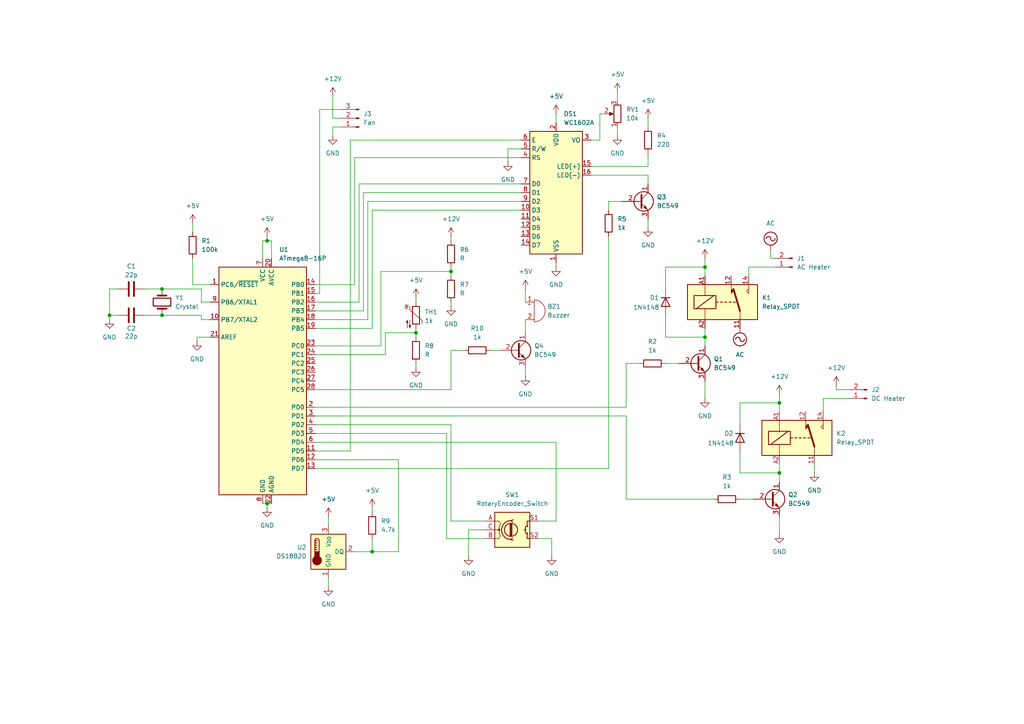
<source format=kicad_sch>
(kicad_sch (version 20231120) (generator "eeschema") (generator_version "8.0")
  (paper "A4")
  (lib_symbols
    (symbol "Connector:Conn_01x02_Pin" (pin_names (offset 1.016) hide)
      (property "Reference" "J" (at 0 2.54 0))
      (property "Value" "Conn_01x02_Pin" (at 0 -5.08 0))
      (symbol "Conn_01x02_Pin_1_1"
        (polyline (pts (xy 1.27 -2.54) (xy 0.8636 -2.54)) (stroke (width 0.1524)))
        (polyline (pts (xy 1.27 0) (xy 0.8636 0)) (stroke (width 0.1524)))
        (rectangle (start 0.8636 -2.413) (end 0 -2.667) (stroke (width 0.1524)) (fill (type outline)))
        (rectangle (start 0.8636 0.127) (end 0 -0.127) (stroke (width 0.1524)) (fill (type outline)))
        (pin passive line (at 5.08 0 180) (length 3.81) (name "Pin_1") (number "1"))
        (pin passive line (at 5.08 -2.54 180) (length 3.81) (name "Pin_2") (number "2"))
      )
    )
    (symbol "Connector:Conn_01x03_Pin" (pin_names (offset 1.016) hide)
      (property "Reference" "J" (at 0 5.08 0))
      (property "Value" "Conn_01x03_Pin" (at 0 -5.08 0))
      (symbol "Conn_01x03_Pin_1_1"
        (polyline (pts (xy 1.27 -2.54) (xy 0.8636 -2.54)) (stroke (width 0.1524)))
        (polyline (pts (xy 1.27 0) (xy 0.8636 0)) (stroke (width 0.1524)))
        (polyline (pts (xy 1.27 2.54) (xy 0.8636 2.54)) (stroke (width 0.1524)))
        (rectangle (start 0.8636 -2.413) (end 0 -2.667) (stroke (width 0.1524)) (fill (type outline)))
        (rectangle (start 0.8636 0.127) (end 0 -0.127) (stroke (width 0.1524)) (fill (type outline)))
        (rectangle (start 0.8636 2.667) (end 0 2.413) (stroke (width 0.1524)) (fill (type outline)))
        (pin passive line (at 5.08 2.54 180) (length 3.81) (name "Pin_1") (number "1"))
        (pin passive line (at 5.08 0 180) (length 3.81) (name "Pin_2") (number "2"))
        (pin passive line (at 5.08 -2.54 180) (length 3.81) (name "Pin_3") (number "3"))
      )
    )
    (symbol "Device:Buzzer" (pin_names (offset 0.0254) hide)
      (property "Reference" "BZ" (at 3.81 1.27 0))
      (property "Value" "Buzzer" (at 3.81 -1.27 0))
      (symbol "Buzzer_0_1"
        (arc (start 0 -3.175) (mid 3.1612 0) (end 0 3.175))
        (polyline (pts (xy -1.651 1.905) (xy -1.143 1.905)))
        (polyline (pts (xy -1.397 2.159) (xy -1.397 1.651)))
        (polyline (pts (xy 0 3.175) (xy 0 -3.175)))
      )
      (symbol "Buzzer_1_1"
        (pin passive line (at -2.54 2.54 0) (length 2.54) (name "+") (number "1"))
        (pin passive line (at -2.54 -2.54 0) (length 2.54) (name "-") (number "2"))
      )
    )
    (symbol "Device:C" (pin_numbers hide) (pin_names (offset 0.254))
      (property "Reference" "C" (at 0.635 2.54 0))
      (property "Value" "C" (at 0.635 -2.54 0))
      (symbol "C_0_1"
        (polyline (pts (xy -2.032 -0.762) (xy 2.032 -0.762)) (stroke (width 0.508)))
        (polyline (pts (xy -2.032 0.762) (xy 2.032 0.762)) (stroke (width 0.508)))
      )
      (symbol "C_1_1"
        (pin passive line (at 0 3.81 270) (length 2.794) (name "~") (number "1"))
        (pin passive line (at 0 -3.81 90) (length 2.794) (name "~") (number "2"))
      )
    )
    (symbol "Device:Crystal" (pin_numbers hide) (pin_names (offset 1.016) hide)
      (property "Reference" "Y" (at 0 3.81 0))
      (property "Value" "Crystal" (at 0 -3.81 0))
      (symbol "Crystal_0_1"
        (rectangle (start -1.143 2.54) (end 1.143 -2.54) (stroke (width 0.3048)))
        (polyline (pts (xy -2.54 0) (xy -1.905 0)))
        (polyline (pts (xy -1.905 -1.27) (xy -1.905 1.27)) (stroke (width 0.508)))
        (polyline (pts (xy 1.905 -1.27) (xy 1.905 1.27)) (stroke (width 0.508)))
        (polyline (pts (xy 2.54 0) (xy 1.905 0)))
      )
      (symbol "Crystal_1_1"
        (pin passive line (at -3.81 0 0) (length 1.27) (name "1") (number "1"))
        (pin passive line (at 3.81 0 180) (length 1.27) (name "2") (number "2"))
      )
    )
    (symbol "Device:R" (pin_numbers hide) (pin_names (offset 0))
      (property "Reference" "R" (at 2.032 0 90))
      (property "Value" "R" (at 0 0 90))
      (symbol "R_0_1"
        (rectangle (start -1.016 -2.54) (end 1.016 2.54) (stroke (width 0.254)))
      )
      (symbol "R_1_1"
        (pin passive line (at 0 3.81 270) (length 1.27) (name "~") (number "1"))
        (pin passive line (at 0 -3.81 90) (length 1.27) (name "~") (number "2"))
      )
    )
    (symbol "Device:R_Potentiometer" (pin_names (offset 1.016) hide)
      (property "Reference" "RV" (at -4.445 0 90))
      (property "Value" "R_Potentiometer" (at -2.54 0 90))
      (symbol "R_Potentiometer_0_1"
        (polyline (pts (xy 2.54 0) (xy 1.524 0)))
        (polyline (pts (xy 1.143 0) (xy 2.286 0.508) (xy 2.286 -0.508) (xy 1.143 0)) (fill (type outline)))
        (rectangle (start 1.016 2.54) (end -1.016 -2.54) (stroke (width 0.254)))
      )
      (symbol "R_Potentiometer_1_1"
        (pin passive line (at 0 3.81 270) (length 1.27) (name "1") (number "1"))
        (pin passive line (at 3.81 0 180) (length 1.27) (name "2") (number "2"))
        (pin passive line (at 0 -3.81 90) (length 1.27) (name "3") (number "3"))
      )
    )
    (symbol "Device:RotaryEncoder_Switch" (pin_names (offset 0.254) hide)
      (property "Reference" "SW" (at 0 6.604 0))
      (property "Value" "RotaryEncoder_Switch" (at 0 -6.604 0))
      (symbol "RotaryEncoder_Switch_0_1"
        (rectangle (start -5.08 5.08) (end 5.08 -5.08) (stroke (width 0.254)) (fill (type background)))
        (circle (center -3.81 0) (radius 0.254) (fill (type outline)))
        (circle (center -0.381 0) (radius 1.905) (stroke (width 0.254)))
        (arc (start -0.381 2.667) (mid -3.0988 -0.0635) (end -0.381 -2.794) (stroke (width 0.254)))
        (polyline (pts (xy -0.635 -1.778) (xy -0.635 1.778)) (stroke (width 0.254)))
        (polyline (pts (xy -0.381 -1.778) (xy -0.381 1.778)) (stroke (width 0.254)))
        (polyline (pts (xy -0.127 1.778) (xy -0.127 -1.778)) (stroke (width 0.254)))
        (polyline (pts (xy 3.81 0) (xy 3.429 0)) (stroke (width 0.254)))
        (polyline (pts (xy 3.81 1.016) (xy 3.81 -1.016)) (stroke (width 0.254)))
        (polyline (pts (xy -5.08 -2.54) (xy -3.81 -2.54) (xy -3.81 -2.032)))
        (polyline (pts (xy -5.08 2.54) (xy -3.81 2.54) (xy -3.81 2.032)))
        (polyline (pts (xy 0.254 -3.048) (xy -0.508 -2.794) (xy 0.127 -2.413)) (stroke (width 0.254)))
        (polyline (pts (xy 0.254 2.921) (xy -0.508 2.667) (xy 0.127 2.286)) (stroke (width 0.254)))
        (polyline (pts (xy 5.08 -2.54) (xy 4.318 -2.54) (xy 4.318 -1.016)) (stroke (width 0.254)))
        (polyline (pts (xy 5.08 2.54) (xy 4.318 2.54) (xy 4.318 1.016)) (stroke (width 0.254)))
        (polyline (pts (xy -5.08 0) (xy -3.81 0) (xy -3.81 -1.016) (xy -3.302 -2.032)))
        (polyline (pts (xy -4.318 0) (xy -3.81 0) (xy -3.81 1.016) (xy -3.302 2.032)))
        (circle (center 4.318 -1.016) (radius 0.127) (stroke (width 0.254)))
        (circle (center 4.318 1.016) (radius 0.127) (stroke (width 0.254)))
      )
      (symbol "RotaryEncoder_Switch_1_1"
        (pin passive line (at -7.62 2.54 0) (length 2.54) (name "A") (number "A"))
        (pin passive line (at -7.62 -2.54 0) (length 2.54) (name "B") (number "B"))
        (pin passive line (at -7.62 0 0) (length 2.54) (name "C") (number "C"))
        (pin passive line (at 7.62 2.54 180) (length 2.54) (name "S1") (number "S1"))
        (pin passive line (at 7.62 -2.54 180) (length 2.54) (name "S2") (number "S2"))
      )
    )
    (symbol "Device:Thermistor_NTC" (pin_numbers hide) (pin_names (offset 0))
      (property "Reference" "TH" (at -4.445 0 90))
      (property "Value" "Thermistor_NTC" (at 3.175 0 90))
      (symbol "Thermistor_NTC_0_1"
        (arc (start -3.048 2.159) (mid -3.0495 2.3143) (end -3.175 2.413))
        (arc (start -3.048 2.159) (mid -2.9736 1.9794) (end -2.794 1.905))
        (arc (start -3.048 2.794) (mid -2.9736 2.6144) (end -2.794 2.54))
        (arc (start -2.794 1.905) (mid -2.6144 1.9794) (end -2.54 2.159))
        (arc (start -2.794 2.54) (mid -2.4393 2.5587) (end -2.159 2.794))
        (arc (start -2.794 3.048) (mid -2.9736 2.9736) (end -3.048 2.794))
        (arc (start -2.54 2.794) (mid -2.6144 2.9736) (end -2.794 3.048))
        (rectangle (start -1.016 2.54) (end 1.016 -2.54) (stroke (width 0.254)))
        (polyline (pts (xy -2.54 2.159) (xy -2.54 2.794)))
        (polyline (pts (xy -1.778 2.54) (xy -1.778 1.524) (xy 1.778 -1.524) (xy 1.778 -2.54)))
        (polyline (pts (xy -2.54 -3.683) (xy -2.54 -1.397) (xy -2.794 -2.159) (xy -2.286 -2.159) (xy -2.54 -1.397) (xy -2.54 -1.651)) (fill (type outline)))
        (polyline (pts (xy -1.778 -1.397) (xy -1.778 -3.683) (xy -2.032 -2.921) (xy -1.524 -2.921) (xy -1.778 -3.683) (xy -1.778 -3.429)) (fill (type outline)))
      )
      (symbol "Thermistor_NTC_1_1"
        (pin passive line (at 0 3.81 270) (length 1.27) (name "~") (number "1"))
        (pin passive line (at 0 -3.81 90) (length 1.27) (name "~") (number "2"))
      )
    )
    (symbol "Diode:1N4148" (pin_numbers hide) (pin_names hide)
      (property "Reference" "D" (at 0 2.54 0))
      (property "Value" "1N4148" (at 0 -2.54 0))
      (symbol "1N4148_0_1"
        (polyline (pts (xy -1.27 1.27) (xy -1.27 -1.27)) (stroke (width 0.254)))
        (polyline (pts (xy 1.27 0) (xy -1.27 0)))
        (polyline (pts (xy 1.27 1.27) (xy 1.27 -1.27) (xy -1.27 0) (xy 1.27 1.27)) (stroke (width 0.254)))
      )
      (symbol "1N4148_1_1"
        (pin passive line (at -3.81 0 0) (length 2.54) (name "K") (number "1"))
        (pin passive line (at 3.81 0 180) (length 2.54) (name "A") (number "2"))
      )
    )
    (symbol "Display_Character:WC1602A"
      (property "Reference" "DS" (at -5.842 19.05 0))
      (property "Value" "WC1602A" (at 5.334 19.05 0))
      (symbol "WC1602A_1_1"
        (rectangle (start -7.62 17.78) (end 7.62 -17.78) (stroke (width 0.254)) (fill (type background)))
        (pin power_in line (at 0 -20.32 90) (length 2.54) (name "VSS") (number "1"))
        (pin input line (at -10.16 -5.08 0) (length 2.54) (name "D3") (number "10"))
        (pin input line (at -10.16 -7.62 0) (length 2.54) (name "D4") (number "11"))
        (pin input line (at -10.16 -10.16 0) (length 2.54) (name "D5") (number "12"))
        (pin input line (at -10.16 -12.7 0) (length 2.54) (name "D6") (number "13"))
        (pin input line (at -10.16 -15.24 0) (length 2.54) (name "D7") (number "14"))
        (pin power_in line (at 10.16 7.62 180) (length 2.54) (name "LED(+)") (number "15"))
        (pin power_in line (at 10.16 5.08 180) (length 2.54) (name "LED(-)") (number "16"))
        (pin power_in line (at 0 20.32 270) (length 2.54) (name "VDD") (number "2"))
        (pin input line (at 10.16 15.24 180) (length 2.54) (name "VO") (number "3"))
        (pin input line (at -10.16 10.16 0) (length 2.54) (name "RS") (number "4"))
        (pin input line (at -10.16 12.7 0) (length 2.54) (name "R/W") (number "5"))
        (pin input line (at -10.16 15.24 0) (length 2.54) (name "E") (number "6"))
        (pin input line (at -10.16 2.54 0) (length 2.54) (name "D0") (number "7"))
        (pin input line (at -10.16 0 0) (length 2.54) (name "D1") (number "8"))
        (pin input line (at -10.16 -2.54 0) (length 2.54) (name "D2") (number "9"))
      )
    )
    (symbol "MCU_Microchip_ATmega:ATmega8-16P"
      (property "Reference" "U" (at -12.7 34.29 0))
      (property "Value" "ATmega8-16P" (at 5.08 -34.29 0))
      (symbol "ATmega8-16P_0_1"
        (rectangle (start -12.7 -33.02) (end 12.7 33.02) (stroke (width 0.254)) (fill (type background)))
      )
      (symbol "ATmega8-16P_1_1"
        (pin bidirectional line (at -15.24 27.94 0) (length 2.54) (name "PC6/~{RESET}") (number "1"))
        (pin bidirectional line (at -15.24 17.78 0) (length 2.54) (name "PB7/XTAL2") (number "10"))
        (pin bidirectional line (at 15.24 -20.32 180) (length 2.54) (name "PD5") (number "11"))
        (pin bidirectional line (at 15.24 -22.86 180) (length 2.54) (name "PD6") (number "12"))
        (pin bidirectional line (at 15.24 -25.4 180) (length 2.54) (name "PD7") (number "13"))
        (pin bidirectional line (at 15.24 27.94 180) (length 2.54) (name "PB0") (number "14"))
        (pin bidirectional line (at 15.24 25.4 180) (length 2.54) (name "PB1") (number "15"))
        (pin bidirectional line (at 15.24 22.86 180) (length 2.54) (name "PB2") (number "16"))
        (pin bidirectional line (at 15.24 20.32 180) (length 2.54) (name "PB3") (number "17"))
        (pin bidirectional line (at 15.24 17.78 180) (length 2.54) (name "PB4") (number "18"))
        (pin bidirectional line (at 15.24 15.24 180) (length 2.54) (name "PB5") (number "19"))
        (pin bidirectional line (at 15.24 -7.62 180) (length 2.54) (name "PD0") (number "2"))
        (pin power_in line (at 2.54 35.56 270) (length 2.54) (name "AVCC") (number "20"))
        (pin passive line (at -15.24 12.7 0) (length 2.54) (name "AREF") (number "21"))
        (pin power_in line (at 2.54 -35.56 90) (length 2.54) (name "AGND") (number "22"))
        (pin bidirectional line (at 15.24 10.16 180) (length 2.54) (name "PC0") (number "23"))
        (pin bidirectional line (at 15.24 7.62 180) (length 2.54) (name "PC1") (number "24"))
        (pin bidirectional line (at 15.24 5.08 180) (length 2.54) (name "PC2") (number "25"))
        (pin bidirectional line (at 15.24 2.54 180) (length 2.54) (name "PC3") (number "26"))
        (pin bidirectional line (at 15.24 0 180) (length 2.54) (name "PC4") (number "27"))
        (pin bidirectional line (at 15.24 -2.54 180) (length 2.54) (name "PC5") (number "28"))
        (pin bidirectional line (at 15.24 -10.16 180) (length 2.54) (name "PD1") (number "3"))
        (pin bidirectional line (at 15.24 -12.7 180) (length 2.54) (name "PD2") (number "4"))
        (pin bidirectional line (at 15.24 -15.24 180) (length 2.54) (name "PD3") (number "5"))
        (pin bidirectional line (at 15.24 -17.78 180) (length 2.54) (name "PD4") (number "6"))
        (pin power_in line (at 0 35.56 270) (length 2.54) (name "VCC") (number "7"))
        (pin power_in line (at 0 -35.56 90) (length 2.54) (name "GND") (number "8"))
        (pin bidirectional line (at -15.24 22.86 0) (length 2.54) (name "PB6/XTAL1") (number "9"))
      )
    )
    (symbol "Relay:Relay_SPDT"
      (property "Reference" "K" (at 11.43 3.81 0))
      (property "Value" "Relay_SPDT" (at 11.43 1.27 0))
      (symbol "Relay_SPDT_0_0"
        (polyline (pts (xy 7.62 5.08) (xy 7.62 2.54) (xy 6.985 3.175) (xy 7.62 3.81)))
      )
      (symbol "Relay_SPDT_0_1"
        (rectangle (start -10.16 5.08) (end 10.16 -5.08) (stroke (width 0.254)) (fill (type background)))
        (rectangle (start -8.255 1.905) (end -1.905 -1.905) (stroke (width 0.254)))
        (polyline (pts (xy -7.62 -1.905) (xy -2.54 1.905)) (stroke (width 0.254)))
        (polyline (pts (xy -5.08 -5.08) (xy -5.08 -1.905)))
        (polyline (pts (xy -5.08 5.08) (xy -5.08 1.905)))
        (polyline (pts (xy -1.905 0) (xy -1.27 0)) (stroke (width 0.254)))
        (polyline (pts (xy -0.635 0) (xy 0 0)) (stroke (width 0.254)))
        (polyline (pts (xy 0.635 0) (xy 1.27 0)) (stroke (width 0.254)))
        (polyline (pts (xy 1.905 0) (xy 2.54 0)) (stroke (width 0.254)))
        (polyline (pts (xy 3.175 0) (xy 3.81 0)) (stroke (width 0.254)))
        (polyline (pts (xy 5.08 -2.54) (xy 3.175 3.81)) (stroke (width 0.508)))
        (polyline (pts (xy 5.08 -2.54) (xy 5.08 -5.08)))
        (polyline (pts (xy 2.54 5.08) (xy 2.54 2.54) (xy 3.175 3.175) (xy 2.54 3.81)) (fill (type outline)))
      )
      (symbol "Relay_SPDT_1_1"
        (pin passive line (at 5.08 -7.62 90) (length 2.54) (name "~") (number "11"))
        (pin passive line (at 2.54 7.62 270) (length 2.54) (name "~") (number "12"))
        (pin passive line (at 7.62 7.62 270) (length 2.54) (name "~") (number "14"))
        (pin passive line (at -5.08 7.62 270) (length 2.54) (name "~") (number "A1"))
        (pin passive line (at -5.08 -7.62 90) (length 2.54) (name "~") (number "A2"))
      )
    )
    (symbol "Sensor_Temperature:DS18B20"
      (property "Reference" "U" (at -3.81 6.35 0))
      (property "Value" "DS18B20" (at 6.35 6.35 0))
      (symbol "DS18B20_0_1"
        (rectangle (start -5.08 5.08) (end 5.08 -5.08) (stroke (width 0.254)) (fill (type background)))
        (circle (center -3.302 -2.54) (radius 1.27) (stroke (width 0.254)) (fill (type outline)))
        (rectangle (start -2.667 -1.905) (end -3.937 0) (stroke (width 0.254)) (fill (type outline)))
        (arc (start -2.667 3.175) (mid -3.302 3.8073) (end -3.937 3.175) (stroke (width 0.254)))
        (polyline (pts (xy -3.937 0.635) (xy -3.302 0.635)) (stroke (width 0.254)))
        (polyline (pts (xy -3.937 1.27) (xy -3.302 1.27)) (stroke (width 0.254)))
        (polyline (pts (xy -3.937 1.905) (xy -3.302 1.905)) (stroke (width 0.254)))
        (polyline (pts (xy -3.937 2.54) (xy -3.302 2.54)) (stroke (width 0.254)))
        (polyline (pts (xy -3.937 3.175) (xy -3.937 0)) (stroke (width 0.254)))
        (polyline (pts (xy -3.937 3.175) (xy -3.302 3.175)) (stroke (width 0.254)))
        (polyline (pts (xy -2.667 3.175) (xy -2.667 0)) (stroke (width 0.254)))
      )
      (symbol "DS18B20_1_1"
        (pin power_in line (at 0 -7.62 90) (length 2.54) (name "GND") (number "1"))
        (pin bidirectional line (at 7.62 0 180) (length 2.54) (name "DQ") (number "2"))
        (pin power_in line (at 0 7.62 270) (length 2.54) (name "V_{DD}") (number "3"))
      )
    )
    (symbol "Transistor_BJT:BC549" (pin_names (offset 0) hide)
      (property "Reference" "Q" (at 5.08 1.905 0))
      (property "Value" "BC549" (at 5.08 0 0))
      (symbol "BC549_0_1"
        (polyline (pts (xy 0 0) (xy 0.635 0)))
        (polyline (pts (xy 0.635 0.635) (xy 2.54 2.54)))
        (polyline (pts (xy 0.635 -0.635) (xy 2.54 -2.54) (xy 2.54 -2.54)))
        (polyline (pts (xy 0.635 1.905) (xy 0.635 -1.905) (xy 0.635 -1.905)) (stroke (width 0.508)))
        (polyline (pts (xy 1.27 -1.778) (xy 1.778 -1.27) (xy 2.286 -2.286) (xy 1.27 -1.778) (xy 1.27 -1.778)) (fill (type outline)))
        (circle (center 1.27 0) (radius 2.8194) (stroke (width 0.254)))
      )
      (symbol "BC549_1_1"
        (pin passive line (at 2.54 5.08 270) (length 2.54) (name "C") (number "1"))
        (pin input line (at -5.08 0 0) (length 5.08) (name "B") (number "2"))
        (pin passive line (at 2.54 -5.08 90) (length 2.54) (name "E") (number "3"))
      )
    )
    (symbol "power:+12V" (power) (pin_numbers hide) (pin_names (offset 0) hide)
      (property "Value" "+12V" (at 0 3.556 0))
      (symbol "+12V_0_1"
        (polyline (pts (xy -0.762 1.27) (xy 0 2.54)))
        (polyline (pts (xy 0 0) (xy 0 2.54)))
        (polyline (pts (xy 0 2.54) (xy 0.762 1.27)))
      )
      (symbol "+12V_1_1"
        (pin power_in line (at 0 0 90) (length 0) (name "~") (number "1"))
      )
    )
    (symbol "power:+5V" (power) (pin_numbers hide) (pin_names (offset 0) hide)
      (property "Value" "+5V" (at 0 3.556 0))
      (symbol "+5V_0_1"
        (polyline (pts (xy -0.762 1.27) (xy 0 2.54)))
        (polyline (pts (xy 0 0) (xy 0 2.54)))
        (polyline (pts (xy 0 2.54) (xy 0.762 1.27)))
      )
      (symbol "+5V_1_1"
        (pin power_in line (at 0 0 90) (length 0) (name "~") (number "1"))
      )
    )
    (symbol "power:AC" (power) (pin_numbers hide) (pin_names (offset 0) hide)
      (property "Value" "AC" (at 0 6.35 0))
      (symbol "AC_0_1"
        (polyline (pts (xy 0 0) (xy 0 1.27)))
        (arc (start 0 3.175) (mid -0.635 3.8073) (end -1.27 3.175) (stroke (width 0.254)))
        (arc (start 0 3.175) (mid 0.635 2.5427) (end 1.27 3.175) (stroke (width 0.254)))
        (circle (center 0 3.175) (radius 1.905) (stroke (width 0.254)))
      )
      (symbol "AC_1_1"
        (pin power_in line (at 0 0 90) (length 0) (name "~") (number "1"))
      )
    )
    (symbol "power:GND" (power) (pin_numbers hide) (pin_names (offset 0) hide)
      (property "Value" "GND" (at 0 -3.81 0))
      (symbol "GND_0_1"
        (polyline (pts (xy 0 0) (xy 0 -1.27) (xy 1.27 -1.27) (xy 0 -2.54) (xy -1.27 -1.27) (xy 0 -1.27)))
      )
      (symbol "GND_1_1"
        (pin power_in line (at 0 0 270) (length 0) (name "~") (number "1"))
      )
    )
  )
  (junction (at 130.81 78.74))
  (junction (at 120.65 96.52))
  (junction (at 107.95 160.02))
  (junction (at 204.47 77.47))
  (junction (at 226.06 116.84))
  (junction (at 77.47 146.05))
  (junction (at 31.75 91.44))
  (junction (at 204.47 97.79))
  (junction (at 226.06 137.16))
  (junction (at 77.47 69.85))
  (junction (at 46.99 83.82))
  (junction (at 46.99 91.44))
  (wire (pts (xy 115.57 133.35) (xy 115.57 160.02)))
  (wire (pts (xy 179.07 36.83) (xy 179.07 39.37)))
  (wire (pts (xy 193.04 83.82) (xy 193.04 77.47)))
  (wire (pts (xy 102.87 82.55) (xy 102.87 45.72)))
  (wire (pts (xy 226.06 149.86) (xy 226.06 154.94)))
  (wire (pts (xy 77.47 68.58) (xy 77.47 69.85)))
  (wire (pts (xy 106.68 58.42) (xy 151.13 58.42)))
  (wire (pts (xy 107.95 156.21) (xy 107.95 160.02)))
  (wire (pts (xy 91.44 92.71) (xy 106.68 92.71)))
  (wire (pts (xy 91.44 135.89) (xy 176.53 135.89)))
  (wire (pts (xy 130.81 101.6) (xy 130.81 113.03)))
  (wire (pts (xy 130.81 77.47) (xy 130.81 78.74)))
  (wire (pts (xy 55.88 82.55) (xy 60.96 82.55)))
  (wire (pts (xy 120.65 95.25) (xy 120.65 96.52)))
  (wire (pts (xy 204.47 74.93) (xy 204.47 77.47)))
  (wire (pts (xy 217.17 77.47) (xy 217.17 80.01)))
  (wire (pts (xy 217.17 77.47) (xy 224.79 77.47)))
  (wire (pts (xy 111.76 96.52) (xy 120.65 96.52)))
  (wire (pts (xy 226.06 137.16) (xy 226.06 139.7)))
  (wire (pts (xy 226.06 116.84) (xy 226.06 119.38)))
  (wire (pts (xy 99.06 31.75) (xy 92.71 31.75)))
  (wire (pts (xy 91.44 120.65) (xy 181.61 120.65)))
  (wire (pts (xy 238.76 115.57) (xy 246.38 115.57)))
  (wire (pts (xy 140.97 151.13) (xy 130.81 151.13)))
  (wire (pts (xy 187.96 50.8) (xy 187.96 53.34)))
  (wire (pts (xy 92.71 85.09) (xy 91.44 85.09)))
  (wire (pts (xy 120.65 96.52) (xy 120.65 97.79)))
  (wire (pts (xy 120.65 105.41) (xy 120.65 106.68)))
  (wire (pts (xy 214.63 137.16) (xy 226.06 137.16)))
  (wire (pts (xy 76.2 146.05) (xy 77.47 146.05)))
  (wire (pts (xy 41.91 91.44) (xy 46.99 91.44)))
  (wire (pts (xy 226.06 134.62) (xy 226.06 137.16)))
  (wire (pts (xy 176.53 135.89) (xy 176.53 68.58)))
  (wire (pts (xy 55.88 74.93) (xy 55.88 82.55)))
  (wire (pts (xy 135.89 153.67) (xy 135.89 161.29)))
  (wire (pts (xy 111.76 102.87) (xy 111.76 96.52)))
  (wire (pts (xy 110.49 100.33) (xy 110.49 78.74)))
  (wire (pts (xy 214.63 116.84) (xy 226.06 116.84)))
  (wire (pts (xy 104.14 87.63) (xy 104.14 53.34)))
  (wire (pts (xy 58.42 87.63) (xy 58.42 83.82)))
  (wire (pts (xy 91.44 82.55) (xy 102.87 82.55)))
  (wire (pts (xy 96.52 27.94) (xy 96.52 34.29)))
  (wire (pts (xy 104.14 53.34) (xy 151.13 53.34)))
  (wire (pts (xy 160.02 156.21) (xy 160.02 161.29)))
  (wire (pts (xy 223.52 72.39) (xy 223.52 74.93)))
  (wire (pts (xy 91.44 125.73) (xy 129.54 125.73)))
  (wire (pts (xy 151.13 43.18) (xy 147.32 43.18)))
  (wire (pts (xy 57.15 97.79) (xy 57.15 99.06)))
  (wire (pts (xy 91.44 113.03) (xy 130.81 113.03)))
  (wire (pts (xy 130.81 78.74) (xy 130.81 80.01)))
  (wire (pts (xy 187.96 48.26) (xy 187.96 44.45)))
  (wire (pts (xy 129.54 156.21) (xy 140.97 156.21)))
  (wire (pts (xy 242.57 113.03) (xy 242.57 111.76)))
  (wire (pts (xy 101.6 130.81) (xy 101.6 40.64)))
  (wire (pts (xy 152.4 83.82) (xy 152.4 87.63)))
  (wire (pts (xy 130.81 87.63) (xy 130.81 88.9)))
  (wire (pts (xy 58.42 92.71) (xy 60.96 92.71)))
  (wire (pts (xy 41.91 83.82) (xy 46.99 83.82)))
  (wire (pts (xy 107.95 95.25) (xy 107.95 60.96)))
  (wire (pts (xy 60.96 87.63) (xy 58.42 87.63)))
  (wire (pts (xy 102.87 45.72) (xy 151.13 45.72)))
  (wire (pts (xy 96.52 36.83) (xy 96.52 39.37)))
  (wire (pts (xy 246.38 113.03) (xy 242.57 113.03)))
  (wire (pts (xy 76.2 74.93) (xy 76.2 69.85)))
  (wire (pts (xy 181.61 105.41) (xy 185.42 105.41)))
  (wire (pts (xy 187.96 34.29) (xy 187.96 36.83)))
  (wire (pts (xy 204.47 110.49) (xy 204.47 115.57)))
  (wire (pts (xy 58.42 92.71) (xy 58.42 91.44)))
  (wire (pts (xy 105.41 55.88) (xy 151.13 55.88)))
  (wire (pts (xy 130.81 68.58) (xy 130.81 69.85)))
  (wire (pts (xy 171.45 48.26) (xy 187.96 48.26)))
  (wire (pts (xy 110.49 78.74) (xy 130.81 78.74)))
  (wire (pts (xy 179.07 26.67) (xy 179.07 29.21)))
  (wire (pts (xy 91.44 128.27) (xy 161.29 128.27)))
  (wire (pts (xy 214.63 123.19) (xy 214.63 116.84)))
  (wire (pts (xy 173.99 40.64) (xy 173.99 33.02)))
  (wire (pts (xy 180.34 58.42) (xy 176.53 58.42)))
  (wire (pts (xy 105.41 90.17) (xy 105.41 55.88)))
  (wire (pts (xy 115.57 160.02) (xy 107.95 160.02)))
  (wire (pts (xy 31.75 91.44) (xy 31.75 92.71)))
  (wire (pts (xy 224.79 74.93) (xy 223.52 74.93)))
  (wire (pts (xy 181.61 144.78) (xy 207.01 144.78)))
  (wire (pts (xy 91.44 87.63) (xy 104.14 87.63)))
  (wire (pts (xy 156.21 156.21) (xy 160.02 156.21)))
  (wire (pts (xy 91.44 100.33) (xy 110.49 100.33)))
  (wire (pts (xy 107.95 160.02) (xy 102.87 160.02)))
  (wire (pts (xy 204.47 77.47) (xy 204.47 80.01)))
  (wire (pts (xy 161.29 151.13) (xy 156.21 151.13)))
  (wire (pts (xy 99.06 34.29) (xy 96.52 34.29)))
  (wire (pts (xy 134.62 101.6) (xy 130.81 101.6)))
  (wire (pts (xy 106.68 92.71) (xy 106.68 58.42)))
  (wire (pts (xy 95.25 149.86) (xy 95.25 152.4)))
  (wire (pts (xy 78.74 69.85) (xy 78.74 74.93)))
  (wire (pts (xy 130.81 151.13) (xy 130.81 123.19)))
  (wire (pts (xy 226.06 114.3) (xy 226.06 116.84)))
  (wire (pts (xy 92.71 31.75) (xy 92.71 85.09)))
  (wire (pts (xy 214.63 130.81) (xy 214.63 137.16)))
  (wire (pts (xy 173.99 33.02) (xy 175.26 33.02)))
  (wire (pts (xy 76.2 69.85) (xy 77.47 69.85)))
  (wire (pts (xy 140.97 153.67) (xy 135.89 153.67)))
  (wire (pts (xy 91.44 95.25) (xy 107.95 95.25)))
  (wire (pts (xy 130.81 123.19) (xy 91.44 123.19)))
  (wire (pts (xy 181.61 118.11) (xy 181.61 105.41)))
  (wire (pts (xy 120.65 86.36) (xy 120.65 87.63)))
  (wire (pts (xy 204.47 95.25) (xy 204.47 97.79)))
  (wire (pts (xy 176.53 58.42) (xy 176.53 60.96)))
  (wire (pts (xy 193.04 91.44) (xy 193.04 97.79)))
  (wire (pts (xy 107.95 147.32) (xy 107.95 148.59)))
  (wire (pts (xy 58.42 83.82) (xy 46.99 83.82)))
  (wire (pts (xy 142.24 101.6) (xy 144.78 101.6)))
  (wire (pts (xy 91.44 102.87) (xy 111.76 102.87)))
  (wire (pts (xy 91.44 133.35) (xy 115.57 133.35)))
  (wire (pts (xy 31.75 91.44) (xy 34.29 91.44)))
  (wire (pts (xy 193.04 77.47) (xy 204.47 77.47)))
  (wire (pts (xy 238.76 115.57) (xy 238.76 119.38)))
  (wire (pts (xy 187.96 63.5) (xy 187.96 66.04)))
  (wire (pts (xy 181.61 120.65) (xy 181.61 144.78)))
  (wire (pts (xy 171.45 40.64) (xy 173.99 40.64)))
  (wire (pts (xy 55.88 64.77) (xy 55.88 67.31)))
  (wire (pts (xy 193.04 105.41) (xy 196.85 105.41)))
  (wire (pts (xy 107.95 60.96) (xy 151.13 60.96)))
  (wire (pts (xy 236.22 134.62) (xy 236.22 137.16)))
  (wire (pts (xy 152.4 106.68) (xy 152.4 109.22)))
  (wire (pts (xy 91.44 118.11) (xy 181.61 118.11)))
  (wire (pts (xy 95.25 167.64) (xy 95.25 170.18)))
  (wire (pts (xy 147.32 43.18) (xy 147.32 46.99)))
  (wire (pts (xy 129.54 125.73) (xy 129.54 156.21)))
  (wire (pts (xy 171.45 50.8) (xy 187.96 50.8)))
  (wire (pts (xy 161.29 128.27) (xy 161.29 151.13)))
  (wire (pts (xy 204.47 97.79) (xy 204.47 100.33)))
  (wire (pts (xy 152.4 92.71) (xy 152.4 96.52)))
  (wire (pts (xy 193.04 97.79) (xy 204.47 97.79)))
  (wire (pts (xy 99.06 36.83) (xy 96.52 36.83)))
  (wire (pts (xy 214.63 144.78) (xy 218.44 144.78)))
  (wire (pts (xy 31.75 83.82) (xy 31.75 91.44)))
  (wire (pts (xy 91.44 90.17) (xy 105.41 90.17)))
  (wire (pts (xy 161.29 33.02) (xy 161.29 35.56)))
  (wire (pts (xy 77.47 69.85) (xy 78.74 69.85)))
  (wire (pts (xy 101.6 40.64) (xy 151.13 40.64)))
  (wire (pts (xy 60.96 97.79) (xy 57.15 97.79)))
  (wire (pts (xy 91.44 130.81) (xy 101.6 130.81)))
  (wire (pts (xy 34.29 83.82) (xy 31.75 83.82)))
  (wire (pts (xy 77.47 146.05) (xy 78.74 146.05)))
  (wire (pts (xy 161.29 77.47) (xy 161.29 76.2)))
  (wire (pts (xy 77.47 146.05) (xy 77.47 147.32)))
  (wire (pts (xy 46.99 91.44) (xy 58.42 91.44)))
  (symbol (lib_id "power:GND") (at 152.4 109.22 0) (unit 1)
    (property "Reference" "#PWR033" (effects (hide yes)))
    (property "Value" "GND" (at 152.4 114.3 0))
    (property "Description" "Power symbol creates a global label with name \"GND\" , ground" (effects (hide yes)))
  )
  (symbol (lib_id "power:GND") (at 204.47 115.57 0) (unit 1)
    (property "Reference" "#PWR07" (effects (hide yes)))
    (property "Value" "GND" (at 204.47 120.65 0))
    (property "Description" "Power symbol creates a global label with name \"GND\" , ground" (effects (hide yes)))
  )
  (symbol (lib_id "Transistor_BJT:BC549") (at 185.42 58.42 0) (unit 1)
    (property "Reference" "Q3" (at 190.5 57.1499 0) (effects (justify left)))
    (property "Value" "BC549" (at 190.5 59.6899 0) (effects (justify left)))
    (property "Footprint" "Package_TO_SOT_THT:TO-92_Inline" (effects (hide yes)))
    (property "Datasheet" "https://www.onsemi.com/pub/Collateral/BC550-D.pdf" (effects (hide yes)))
    (property "Description" "0.1A Ic, 30V Vce, Small Signal NPN Transistor, TO-92" (effects (hide yes)))
  )
  (symbol (lib_id "power:+5V") (at 95.25 149.86 0) (unit 1)
    (property "Reference" "#PWR028" (effects (hide yes)))
    (property "Value" "+5V" (at 95.25 144.78 0))
    (property "Description" "Power symbol creates a global label with name \"+5V\"" (effects (hide yes)))
  )
  (symbol (lib_id "power:+5V") (at 161.29 33.02 0) (unit 1)
    (property "Reference" "#PWR015" (effects (hide yes)))
    (property "Value" "+5V" (at 161.29 27.94 0))
    (property "Description" "Power symbol creates a global label with name \"+5V\"" (effects (hide yes)))
  )
  (symbol (lib_id "power:+12V") (at 96.52 27.94 0) (unit 1)
    (property "Reference" "#PWR022" (effects (hide yes)))
    (property "Value" "+12V" (at 96.52 22.86 0))
    (property "Description" "Power symbol creates a global label with name \"+12V\"" (effects (hide yes)))
  )
  (symbol (lib_id "Device:R") (at 210.82 144.78 90) (unit 1)
    (property "Reference" "R3" (at 210.82 138.43 90))
    (property "Value" "1k" (at 210.82 140.97 90))
    (property "Description" "Resistor" (effects (hide yes)))
  )
  (symbol (lib_id "Device:R_Potentiometer") (at 179.07 33.02 180) (unit 1)
    (property "Reference" "RV1" (at 181.61 31.7499 0) (effects (justify right)))
    (property "Value" "10k" (at 181.61 34.2899 0) (effects (justify right)))
    (property "Description" "Potentiometer" (effects (hide yes)))
  )
  (symbol (lib_id "power:GND") (at 147.32 46.99 0) (unit 1)
    (property "Reference" "#PWR020" (effects (hide yes)))
    (property "Value" "GND" (at 147.32 52.07 0))
    (property "Description" "Power symbol creates a global label with name \"GND\" , ground" (effects (hide yes)))
  )
  (symbol (lib_id "power:GND") (at 135.89 161.29 0) (unit 1)
    (property "Reference" "#PWR030" (effects (hide yes)))
    (property "Value" "GND" (at 135.89 166.37 0))
    (property "Description" "Power symbol creates a global label with name \"GND\" , ground" (effects (hide yes)))
  )
  (symbol (lib_id "power:GND") (at 130.81 88.9 0) (unit 1)
    (property "Reference" "#PWR023" (effects (hide yes)))
    (property "Value" "GND" (at 130.81 93.98 0))
    (property "Description" "Power symbol creates a global label with name \"GND\" , ground" (effects (hide yes)))
  )
  (symbol (lib_id "power:+5V") (at 187.96 34.29 0) (unit 1)
    (property "Reference" "#PWR016" (effects (hide yes)))
    (property "Value" "+5V" (at 187.96 29.21 0))
    (property "Description" "Power symbol creates a global label with name \"+5V\"" (effects (hide yes)))
  )
  (symbol (lib_id "Transistor_BJT:BC549") (at 223.52 144.78 0) (unit 1)
    (property "Reference" "Q2" (at 228.6 143.5099 0) (effects (justify left)))
    (property "Value" "BC549" (at 228.6 146.0499 0) (effects (justify left)))
    (property "Footprint" "Package_TO_SOT_THT:TO-92_Inline" (effects (hide yes)))
    (property "Datasheet" "https://www.onsemi.com/pub/Collateral/BC550-D.pdf" (effects (hide yes)))
    (property "Description" "0.1A Ic, 30V Vce, Small Signal NPN Transistor, TO-92" (effects (hide yes)))
  )
  (symbol (lib_id "MCU_Microchip_ATmega:ATmega8-16P") (at 76.2 110.49 0) (unit 1)
    (property "Reference" "U1" (at 80.9341 72.39 0) (effects (justify left)))
    (property "Value" "ATmega8-16P" (at 80.9341 74.93 0) (effects (justify left)))
    (property "Footprint" "Package_DIP:DIP-28_W7.62mm" (effects (hide yes)))
    (property "Datasheet" "http://ww1.microchip.com/downloads/en/DeviceDoc/atmel-2486-8-bit-avr-microcontroller-atmega8_l_datasheet.pdf" (effects (hide yes)))
    (property "Description" "16MHz, 8kB Flash, 1kB SRAM, 512B EEPROM, DIP-28" (effects (hide yes)))
  )
  (symbol (lib_id "Diode:1N4148") (at 214.63 127 270) (unit 1)
    (property "Reference" "D2" (at 210.058 125.73 90) (effects (justify left)))
    (property "Value" "1N4148" (at 205.232 128.524 90) (effects (justify left)))
    (property "Footprint" "Diode_THT:D_DO-35_SOD27_P7.62mm_Horizontal" (effects (hide yes)))
    (property "Datasheet" "https://assets.nexperia.com/documents/data-sheet/1N4148_1N4448.pdf" (effects (hide yes)))
    (property "Description" "100V 0.15A standard switching diode, DO-35" (effects (hide yes)))
    (property "Sim.Device" "D" (effects (hide yes)))
    (property "Sim.Pins" "1=K 2=A" (effects (hide yes)))
  )
  (symbol (lib_id "power:GND") (at 161.29 77.47 0) (unit 1)
    (property "Reference" "#PWR09" (effects (hide yes)))
    (property "Value" "GND" (at 161.29 82.55 0))
    (property "Description" "Power symbol creates a global label with name \"GND\" , ground" (effects (hide yes)))
  )
  (symbol (lib_id "power:+12V") (at 204.47 74.93 0) (unit 1)
    (property "Reference" "#PWR06" (effects (hide yes)))
    (property "Value" "+12V" (at 204.47 69.85 0))
    (property "Description" "Power symbol creates a global label with name \"+12V\"" (effects (hide yes)))
  )
  (symbol (lib_id "power:+5V") (at 107.95 147.32 0) (unit 1)
    (property "Reference" "#PWR029" (effects (hide yes)))
    (property "Value" "+5V" (at 107.95 142.24 0))
    (property "Description" "Power symbol creates a global label with name \"+5V\"" (effects (hide yes)))
  )
  (symbol (lib_id "Transistor_BJT:BC549") (at 201.93 105.41 0) (unit 1)
    (property "Reference" "Q1" (at 207.01 104.1399 0) (effects (justify left)))
    (property "Value" "BC549" (at 207.01 106.6799 0) (effects (justify left)))
    (property "Footprint" "Package_TO_SOT_THT:TO-92_Inline" (effects (hide yes)))
    (property "Datasheet" "https://www.onsemi.com/pub/Collateral/BC550-D.pdf" (effects (hide yes)))
    (property "Description" "0.1A Ic, 30V Vce, Small Signal NPN Transistor, TO-92" (effects (hide yes)))
  )
  (symbol (lib_id "power:GND") (at 120.65 106.68 0) (unit 1)
    (property "Reference" "#PWR025" (effects (hide yes)))
    (property "Value" "GND" (at 120.65 111.76 0))
    (property "Description" "Power symbol creates a global label with name \"GND\" , ground" (effects (hide yes)))
  )
  (symbol (lib_id "Device:R") (at 138.43 101.6 90) (unit 1)
    (property "Reference" "R10" (at 138.43 95.25 90))
    (property "Value" "1k" (at 138.43 97.79 90))
    (property "Description" "Resistor" (effects (hide yes)))
  )
  (symbol (lib_id "Connector:Conn_01x02_Pin") (at 229.87 77.47 180) (unit 1)
    (property "Reference" "J1" (at 231.14 74.9299 0) (effects (justify right)))
    (property "Value" "AC Heater" (at 231.14 77.4699 0) (effects (justify right)))
    (property "Footprint" "Connector_JST:JST_PH_B2B-PH-K_1x02_P2.00mm_Vertical" (effects (hide yes)))
    (property "Description" "Generic connector, single row, 01x02, script generated" (effects (hide yes)))
  )
  (symbol (lib_id "Sensor_Temperature:DS18B20") (at 95.25 160.02 0) (unit 1)
    (property "Reference" "U2" (at 88.9 158.7499 0) (effects (justify right)))
    (property "Value" "DS18B20" (at 88.9 161.2899 0) (effects (justify right)))
    (property "Footprint" "Package_TO_SOT_THT:TO-92_Inline" (effects (hide yes)))
    (property "Datasheet" "http://datasheets.maximintegrated.com/en/ds/DS18B20.pdf" (effects (hide yes)))
    (property "Description" "Programmable Resolution 1-Wire Digital Thermometer TO-92" (effects (hide yes)))
  )
  (symbol (lib_id "Connector:Conn_01x03_Pin") (at 104.14 34.29 180) (unit 1)
    (property "Reference" "J3" (at 105.41 33.0199 0) (effects (justify right)))
    (property "Value" "Fan" (at 105.41 35.5599 0) (effects (justify right)))
    (property "Description" "Generic connector, single row, 01x03, script generated" (effects (hide yes)))
  )
  (symbol (lib_id "Device:R") (at 130.81 83.82 0) (unit 1)
    (property "Reference" "R7" (at 133.35 82.5499 0) (effects (justify left)))
    (property "Value" "R" (at 133.35 85.0899 0) (effects (justify left)))
    (property "Description" "Resistor" (effects (hide yes)))
  )
  (symbol (lib_id "Device:R") (at 107.95 152.4 0) (unit 1)
    (property "Reference" "R9" (at 110.49 151.1299 0) (effects (justify left)))
    (property "Value" "4.7k" (at 110.49 153.6699 0) (effects (justify left)))
    (property "Description" "Resistor" (effects (hide yes)))
  )
  (symbol (lib_id "power:GND") (at 236.22 137.16 0) (unit 1)
    (property "Reference" "#PWR012" (effects (hide yes)))
    (property "Value" "GND" (at 236.22 142.24 0))
    (property "Description" "Power symbol creates a global label with name \"GND\" , ground" (effects (hide yes)))
  )
  (symbol (lib_id "Device:RotaryEncoder_Switch") (at 148.59 153.67 0) (unit 1)
    (property "Reference" "SW1" (at 148.59 143.51 0))
    (property "Value" "RotaryEncoder_Switch" (at 148.59 146.05 0))
    (property "Description" "Rotary encoder, dual channel, incremental quadrate outputs, with switch" (effects (hide yes)))
  )
  (symbol (lib_id "power:GND") (at 226.06 154.94 0) (unit 1)
    (property "Reference" "#PWR011" (effects (hide yes)))
    (property "Value" "GND" (at 226.06 160.02 0))
    (property "Description" "Power symbol creates a global label with name \"GND\" , ground" (effects (hide yes)))
  )
  (symbol (lib_id "power:GND") (at 95.25 170.18 0) (unit 1)
    (property "Reference" "#PWR027" (effects (hide yes)))
    (property "Value" "GND" (at 95.25 175.26 0))
    (property "Description" "Power symbol creates a global label with name \"GND\" , ground" (effects (hide yes)))
  )
  (symbol (lib_id "power:GND") (at 57.15 99.06 0) (unit 1)
    (property "Reference" "#PWR05" (effects (hide yes)))
    (property "Value" "GND" (at 57.15 104.14 0))
    (property "Description" "Power symbol creates a global label with name \"GND\" , ground" (effects (hide yes)))
  )
  (symbol (lib_id "Relay:Relay_SPDT") (at 231.14 127 0) (unit 1)
    (property "Reference" "K2" (at 242.57 125.7299 0) (effects (justify left)))
    (property "Value" "Relay_SPDT" (at 242.57 128.2699 0) (effects (justify left)))
    (property "Description" "Relay SPDT, monostable, EN50005" (effects (hide yes)))
  )
  (symbol (lib_id "power:+5V") (at 179.07 26.67 0) (unit 1)
    (property "Reference" "#PWR019" (effects (hide yes)))
    (property "Value" "+5V" (at 179.07 21.59 0))
    (property "Description" "Power symbol creates a global label with name \"+5V\"" (effects (hide yes)))
  )
  (symbol (lib_id "Device:C") (at 38.1 91.44 270) (unit 1)
    (property "Reference" "C2" (at 38.1 95.25 90))
    (property "Value" "22p" (at 38.1 97.536 90))
    (property "Description" "Unpolarized capacitor" (effects (hide yes)))
  )
  (symbol (lib_id "power:GND") (at 187.96 66.04 0) (unit 1)
    (property "Reference" "#PWR017" (effects (hide yes)))
    (property "Value" "GND" (at 187.96 71.12 0))
    (property "Description" "Power symbol creates a global label with name \"GND\" , ground" (effects (hide yes)))
  )
  (symbol (lib_id "Device:C") (at 38.1 83.82 90) (unit 1)
    (property "Reference" "C1" (at 38.1 77.216 90))
    (property "Value" "22p" (at 38.1 79.756 90))
    (property "Description" "Unpolarized capacitor" (effects (hide yes)))
  )
  (symbol (lib_id "power:AC") (at 223.52 72.39 0) (unit 1)
    (property "Reference" "#PWR014" (effects (hide yes)))
    (property "Value" "AC" (at 223.52 64.77 0))
    (property "Description" "Power symbol creates a global label with name \"AC\"" (effects (hide yes)))
  )
  (symbol (lib_id "Device:R") (at 189.23 105.41 90) (unit 1)
    (property "Reference" "R2" (at 189.23 99.06 90))
    (property "Value" "1k" (at 189.23 101.6 90))
    (property "Description" "Resistor" (effects (hide yes)))
  )
  (symbol (lib_id "power:+12V") (at 130.81 68.58 0) (unit 1)
    (property "Reference" "#PWR024" (effects (hide yes)))
    (property "Value" "+12V" (at 130.81 63.5 0))
    (property "Description" "Power symbol creates a global label with name \"+12V\"" (effects (hide yes)))
  )
  (symbol (lib_id "Display_Character:WC1602A") (at 161.29 55.88 0) (unit 1)
    (property "Reference" "DS1" (at 163.4841 33.02 0) (effects (justify left)))
    (property "Value" "WC1602A" (at 163.4841 35.56 0) (effects (justify left)))
    (property "Footprint" "Display:WC1602A" (effects (hide yes)))
    (property "Datasheet" "http://www.wincomlcd.com/pdf/WC1602A-SFYLYHTC06.pdf" (effects (hide yes)))
    (property "Description" "LCD 16x2 Alphanumeric , 8 bit parallel bus, 5V VDD" (effects (hide yes)))
  )
  (symbol (lib_id "power:+12V") (at 226.06 114.3 0) (unit 1)
    (property "Reference" "#PWR010" (effects (hide yes)))
    (property "Value" "+12V" (at 226.06 109.22 0))
    (property "Description" "Power symbol creates a global label with name \"+12V\"" (effects (hide yes)))
  )
  (symbol (lib_id "Device:Buzzer") (at 154.94 90.17 0) (unit 1)
    (property "Reference" "BZ1" (at 158.75 88.8999 0) (effects (justify left)))
    (property "Value" "Buzzer" (at 158.75 91.4399 0) (effects (justify left)))
    (property "Description" "Buzzer, polarized" (effects (hide yes)))
  )
  (symbol (lib_id "power:AC") (at 214.63 95.25 180) (unit 1)
    (property "Reference" "#PWR08" (effects (hide yes)))
    (property "Value" "AC" (at 214.63 102.87 0))
    (property "Description" "Power symbol creates a global label with name \"AC\"" (effects (hide yes)))
  )
  (symbol (lib_id "Device:R") (at 130.81 73.66 0) (unit 1)
    (property "Reference" "R6" (at 133.35 72.3899 0) (effects (justify left)))
    (property "Value" "R" (at 133.35 74.9299 0) (effects (justify left)))
    (property "Description" "Resistor" (effects (hide yes)))
  )
  (symbol (lib_id "power:GND") (at 160.02 161.29 0) (unit 1)
    (property "Reference" "#PWR031" (effects (hide yes)))
    (property "Value" "GND" (at 160.02 166.37 0))
    (property "Description" "Power symbol creates a global label with name \"GND\" , ground" (effects (hide yes)))
  )
  (symbol (lib_id "Device:R") (at 176.53 64.77 0) (unit 1)
    (property "Reference" "R5" (at 179.07 63.4999 0) (effects (justify left)))
    (property "Value" "1k" (at 179.07 66.0399 0) (effects (justify left)))
    (property "Description" "Resistor" (effects (hide yes)))
  )
  (symbol (lib_id "power:GND") (at 31.75 92.71 0) (unit 1)
    (property "Reference" "#PWR03" (effects (hide yes)))
    (property "Value" "GND" (at 31.75 97.79 0))
    (property "Description" "Power symbol creates a global label with name \"GND\" , ground" (effects (hide yes)))
  )
  (symbol (lib_id "Relay:Relay_SPDT") (at 209.55 87.63 0) (unit 1)
    (property "Reference" "K1" (at 220.98 86.3599 0) (effects (justify left)))
    (property "Value" "Relay_SPDT" (at 220.98 88.8999 0) (effects (justify left)))
    (property "Description" "Relay SPDT, monostable, EN50005" (effects (hide yes)))
  )
  (symbol (lib_id "Device:Crystal") (at 46.99 87.63 90) (unit 1)
    (property "Reference" "Y1" (at 50.8 86.3599 90) (effects (justify right)))
    (property "Value" "Crystal" (at 50.8 88.8999 90) (effects (justify right)))
    (property "Description" "Two pin crystal" (effects (hide yes)))
  )
  (symbol (lib_id "Connector:Conn_01x02_Pin") (at 251.46 115.57 180) (unit 1)
    (property "Reference" "J2" (at 252.73 113.0299 0) (effects (justify right)))
    (property "Value" "DC Heater" (at 252.73 115.5699 0) (effects (justify right)))
    (property "Footprint" "Connector_JST:JST_PH_B2B-PH-K_1x02_P2.00mm_Vertical" (effects (hide yes)))
    (property "Description" "Generic connector, single row, 01x02, script generated" (effects (hide yes)))
  )
  (symbol (lib_id "power:+5V") (at 120.65 86.36 0) (unit 1)
    (property "Reference" "#PWR026" (effects (hide yes)))
    (property "Value" "+5V" (at 120.65 81.28 0))
    (property "Description" "Power symbol creates a global label with name \"+5V\"" (effects (hide yes)))
  )
  (symbol (lib_id "power:+5V") (at 55.88 64.77 0) (unit 1)
    (property "Reference" "#PWR04" (effects (hide yes)))
    (property "Value" "+5V" (at 55.88 59.69 0))
    (property "Description" "Power symbol creates a global label with name \"+5V\"" (effects (hide yes)))
  )
  (symbol (lib_id "Device:R") (at 120.65 101.6 0) (unit 1)
    (property "Reference" "R8" (at 123.19 100.3299 0) (effects (justify left)))
    (property "Value" "R" (at 123.19 102.8699 0) (effects (justify left)))
    (property "Description" "Resistor" (effects (hide yes)))
  )
  (symbol (lib_id "power:+12V") (at 242.57 111.76 0) (unit 1)
    (property "Reference" "#PWR013" (effects (hide yes)))
    (property "Value" "+12V" (at 242.57 106.68 0))
    (property "Description" "Power symbol creates a global label with name \"+12V\"" (effects (hide yes)))
  )
  (symbol (lib_id "power:GND") (at 96.52 39.37 0) (unit 1)
    (property "Reference" "#PWR021" (effects (hide yes)))
    (property "Value" "GND" (at 96.52 44.45 0))
    (property "Description" "Power symbol creates a global label with name \"GND\" , ground" (effects (hide yes)))
  )
  (symbol (lib_id "power:GND") (at 77.47 147.32 0) (unit 1)
    (property "Reference" "#PWR01" (effects (hide yes)))
    (property "Value" "GND" (at 77.47 152.4 0))
    (property "Description" "Power symbol creates a global label with name \"GND\" , ground" (effects (hide yes)))
  )
  (symbol (lib_id "power:GND") (at 179.07 39.37 0) (unit 1)
    (property "Reference" "#PWR018" (effects (hide yes)))
    (property "Value" "GND" (at 179.07 44.45 0))
    (property "Description" "Power symbol creates a global label with name \"GND\" , ground" (effects (hide yes)))
  )
  (symbol (lib_id "Device:Thermistor_NTC") (at 120.65 91.44 0) (unit 1)
    (property "Reference" "TH1" (at 123.19 90.4874 0) (effects (justify left)))
    (property "Value" "1k" (at 123.19 93.0274 0) (effects (justify left)))
    (property "Description" "Temperature dependent resistor, negative temperature coefficient" (effects (hide yes)))
  )
  (symbol (lib_id "Device:R") (at 55.88 71.12 0) (unit 1)
    (property "Reference" "R1" (at 58.42 69.8499 0) (effects (justify left)))
    (property "Value" "100k" (at 58.42 72.3899 0) (effects (justify left)))
    (property "Description" "Resistor" (effects (hide yes)))
  )
  (symbol (lib_id "Diode:1N4148") (at 193.04 87.63 270) (unit 1)
    (property "Reference" "D1" (at 188.468 86.36 90) (effects (justify left)))
    (property "Value" "1N4148" (at 183.642 89.154 90) (effects (justify left)))
    (property "Footprint" "Diode_THT:D_DO-35_SOD27_P7.62mm_Horizontal" (effects (hide yes)))
    (property "Datasheet" "https://assets.nexperia.com/documents/data-sheet/1N4148_1N4448.pdf" (effects (hide yes)))
    (property "Description" "100V 0.15A standard switching diode, DO-35" (effects (hide yes)))
    (property "Sim.Device" "D" (effects (hide yes)))
    (property "Sim.Pins" "1=K 2=A" (effects (hide yes)))
  )
  (symbol (lib_id "Device:R") (at 187.96 40.64 180) (unit 1)
    (property "Reference" "R4" (at 190.5 39.3699 0) (effects (justify right)))
    (property "Value" "220" (at 190.5 41.9099 0) (effects (justify right)))
    (property "Description" "Resistor" (effects (hide yes)))
  )
  (symbol (lib_id "power:+5V") (at 77.47 68.58 0) (unit 1)
    (property "Reference" "#PWR02" (effects (hide yes)))
    (property "Value" "+5V" (at 77.47 63.5 0))
    (property "Description" "Power symbol creates a global label with name \"+5V\"" (effects (hide yes)))
  )
  (symbol (lib_id "Transistor_BJT:BC549") (at 149.86 101.6 0) (unit 1)
    (property "Reference" "Q4" (at 154.94 100.3299 0) (effects (justify left)))
    (property "Value" "BC549" (at 154.94 102.8699 0) (effects (justify left)))
    (property "Footprint" "Package_TO_SOT_THT:TO-92_Inline" (effects (hide yes)))
    (property "Datasheet" "https://www.onsemi.com/pub/Collateral/BC550-D.pdf" (effects (hide yes)))
    (property "Description" "0.1A Ic, 30V Vce, Small Signal NPN Transistor, TO-92" (effects (hide yes)))
  )
  (symbol (lib_id "power:+5V") (at 152.4 83.82 0) (unit 1)
    (property "Reference" "#PWR032" (effects (hide yes)))
    (property "Value" "+5V" (at 152.4 78.74 0))
    (property "Description" "Power symbol creates a global label with name \"+5V\"" (effects (hide yes)))
  )
)
</source>
